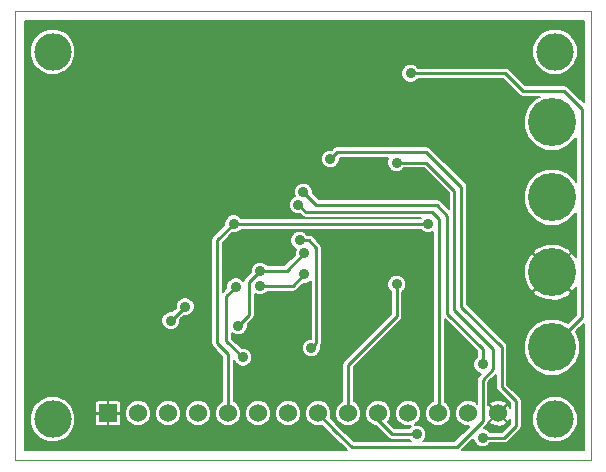
<source format=gbl>
G04 (created by PCBNEW (2013-mar-13)-testing) date Sun 09 Jun 2013 10:00:02 PM EDT*
%MOIN*%
G04 Gerber Fmt 3.4, Leading zero omitted, Abs format*
%FSLAX34Y34*%
G01*
G70*
G90*
G04 APERTURE LIST*
%ADD10C,0.005906*%
%ADD11C,0.003937*%
%ADD12R,0.060000X0.060000*%
%ADD13C,0.060000*%
%ADD14C,0.125000*%
%ADD15C,0.160000*%
%ADD16C,0.035000*%
%ADD17C,0.010000*%
%ADD18C,0.008000*%
G04 APERTURE END LIST*
G54D10*
G54D11*
X48137Y-60531D02*
X48137Y-45570D01*
X67330Y-60531D02*
X48137Y-60531D01*
X67330Y-45570D02*
X67330Y-60531D01*
X48137Y-45570D02*
X67330Y-45570D01*
G54D12*
X51237Y-58969D03*
G54D13*
X52237Y-58969D03*
X53237Y-58969D03*
X54237Y-58969D03*
X55237Y-58969D03*
X56237Y-58969D03*
X57237Y-58969D03*
X58237Y-58969D03*
X59237Y-58969D03*
X60237Y-58969D03*
X61237Y-58969D03*
X62237Y-58969D03*
X63237Y-58969D03*
X64237Y-58969D03*
G54D14*
X66137Y-59169D03*
X49387Y-46919D03*
X49387Y-59169D03*
X66137Y-46919D03*
G54D15*
X66037Y-49270D03*
X66037Y-51770D03*
X66037Y-56770D03*
X66037Y-54270D03*
G54D16*
X60854Y-54665D03*
X60854Y-50610D03*
X63728Y-59783D03*
X61523Y-59665D03*
X58649Y-50492D03*
X55578Y-56043D03*
X56307Y-54232D03*
X57783Y-53641D03*
X56307Y-54724D03*
X57783Y-54330D03*
X57586Y-52027D03*
X55736Y-57106D03*
X55500Y-54744D03*
X53807Y-55413D03*
X53334Y-55885D03*
X61326Y-47637D03*
X55421Y-52657D03*
X61917Y-52657D03*
X58019Y-56791D03*
X57625Y-53208D03*
X51720Y-55610D03*
X61444Y-56240D03*
X62074Y-51673D03*
X61917Y-53326D03*
X51169Y-50255D03*
X54003Y-51318D03*
X60303Y-55767D03*
X63728Y-57342D03*
X57744Y-51594D03*
G54D17*
X59237Y-57344D02*
X59237Y-58969D01*
X60854Y-55728D02*
X59237Y-57344D01*
X60854Y-54665D02*
X60854Y-55728D01*
X63413Y-59547D02*
X62862Y-60098D01*
X60854Y-50610D02*
X61838Y-50610D01*
X61838Y-50610D02*
X62783Y-51555D01*
X62783Y-51555D02*
X62783Y-55531D01*
X62783Y-55531D02*
X64082Y-56830D01*
X64082Y-56830D02*
X64082Y-57500D01*
X64082Y-57500D02*
X63728Y-57854D01*
X63728Y-57854D02*
X63728Y-59232D01*
X63728Y-59232D02*
X63413Y-59547D01*
X58237Y-58969D02*
X58815Y-59547D01*
X59366Y-60098D02*
X58815Y-59547D01*
X62862Y-60098D02*
X59366Y-60098D01*
X59318Y-50255D02*
X58885Y-50255D01*
X61523Y-59665D02*
X60696Y-59665D01*
X60696Y-59665D02*
X60237Y-59206D01*
X60237Y-58969D02*
X60237Y-59206D01*
X64830Y-59389D02*
X64437Y-59783D01*
X64830Y-58562D02*
X64830Y-59389D01*
X64358Y-58090D02*
X64830Y-58562D01*
X64358Y-56751D02*
X64358Y-58090D01*
X63019Y-55413D02*
X64358Y-56751D01*
X63019Y-51437D02*
X63019Y-55413D01*
X61838Y-50255D02*
X63019Y-51437D01*
X59318Y-50255D02*
X61838Y-50255D01*
X64437Y-59783D02*
X63728Y-59783D01*
X58885Y-50255D02*
X58649Y-50492D01*
X56307Y-54232D02*
X56287Y-54232D01*
X55933Y-55688D02*
X55578Y-56043D01*
X55933Y-54586D02*
X55933Y-55688D01*
X56287Y-54232D02*
X55933Y-54586D01*
X57192Y-54232D02*
X56307Y-54232D01*
X57783Y-53641D02*
X57192Y-54232D01*
X57389Y-54724D02*
X56307Y-54724D01*
X57783Y-54330D02*
X57389Y-54724D01*
X57940Y-52263D02*
X62035Y-52263D01*
X62035Y-52263D02*
X62271Y-52500D01*
X62271Y-52500D02*
X62271Y-58935D01*
X62237Y-58969D02*
X62271Y-58935D01*
X57822Y-52263D02*
X57940Y-52263D01*
X57586Y-52027D02*
X57822Y-52263D01*
X55185Y-56555D02*
X55736Y-57106D01*
X55185Y-55059D02*
X55185Y-56555D01*
X55500Y-54744D02*
X55185Y-55059D01*
X53334Y-55885D02*
X53807Y-55413D01*
X67035Y-55773D02*
X66037Y-56770D01*
X67035Y-48818D02*
X67035Y-55773D01*
X66444Y-48228D02*
X67035Y-48818D01*
X65066Y-48228D02*
X66444Y-48228D01*
X64476Y-47637D02*
X65066Y-48228D01*
X61326Y-47637D02*
X64476Y-47637D01*
X55237Y-58969D02*
X55237Y-57001D01*
X54870Y-53208D02*
X55421Y-52657D01*
X54870Y-56633D02*
X54870Y-53208D01*
X55237Y-57001D02*
X54870Y-56633D01*
X57153Y-52657D02*
X55421Y-52657D01*
X61917Y-52657D02*
X57153Y-52657D01*
X58177Y-53562D02*
X58177Y-56633D01*
X58177Y-56633D02*
X58019Y-56791D01*
X58177Y-53444D02*
X58177Y-53562D01*
X57940Y-53208D02*
X58177Y-53444D01*
X57744Y-53208D02*
X57940Y-53208D01*
X57625Y-53208D02*
X57744Y-53208D01*
X63728Y-56830D02*
X63728Y-57342D01*
X62547Y-55649D02*
X63728Y-56830D01*
X62547Y-52381D02*
X62547Y-55649D01*
X62192Y-52027D02*
X62547Y-52381D01*
X58177Y-52027D02*
X62192Y-52027D01*
X57744Y-51594D02*
X58177Y-52027D01*
G54D10*
G36*
X64640Y-59311D02*
X64523Y-59428D01*
X64523Y-59268D01*
X64237Y-58983D01*
X63952Y-59268D01*
X63982Y-59338D01*
X64142Y-59407D01*
X64317Y-59410D01*
X64480Y-59346D01*
X64493Y-59338D01*
X64523Y-59268D01*
X64523Y-59428D01*
X64358Y-59593D01*
X63983Y-59593D01*
X63907Y-59516D01*
X63791Y-59468D01*
X63760Y-59468D01*
X63862Y-59366D01*
X63903Y-59304D01*
X63915Y-59244D01*
X63938Y-59254D01*
X64223Y-58969D01*
X63938Y-58683D01*
X63918Y-58692D01*
X63918Y-57933D01*
X64168Y-57683D01*
X64168Y-58090D01*
X64182Y-58163D01*
X64223Y-58224D01*
X64640Y-58641D01*
X64640Y-58791D01*
X64614Y-58726D01*
X64606Y-58713D01*
X64537Y-58683D01*
X64523Y-58698D01*
X64523Y-58669D01*
X64493Y-58600D01*
X64332Y-58530D01*
X64157Y-58527D01*
X63994Y-58592D01*
X63982Y-58600D01*
X63952Y-58669D01*
X64237Y-58955D01*
X64523Y-58669D01*
X64523Y-58698D01*
X64251Y-58969D01*
X64537Y-59254D01*
X64606Y-59224D01*
X64640Y-59146D01*
X64640Y-59311D01*
X64640Y-59311D01*
G37*
G54D18*
X64640Y-59311D02*
X64523Y-59428D01*
X64523Y-59268D01*
X64237Y-58983D01*
X63952Y-59268D01*
X63982Y-59338D01*
X64142Y-59407D01*
X64317Y-59410D01*
X64480Y-59346D01*
X64493Y-59338D01*
X64523Y-59268D01*
X64523Y-59428D01*
X64358Y-59593D01*
X63983Y-59593D01*
X63907Y-59516D01*
X63791Y-59468D01*
X63760Y-59468D01*
X63862Y-59366D01*
X63903Y-59304D01*
X63915Y-59244D01*
X63938Y-59254D01*
X64223Y-58969D01*
X63938Y-58683D01*
X63918Y-58692D01*
X63918Y-57933D01*
X64168Y-57683D01*
X64168Y-58090D01*
X64182Y-58163D01*
X64223Y-58224D01*
X64640Y-58641D01*
X64640Y-58791D01*
X64614Y-58726D01*
X64606Y-58713D01*
X64537Y-58683D01*
X64523Y-58698D01*
X64523Y-58669D01*
X64493Y-58600D01*
X64332Y-58530D01*
X64157Y-58527D01*
X63994Y-58592D01*
X63982Y-58600D01*
X63952Y-58669D01*
X64237Y-58955D01*
X64523Y-58669D01*
X64523Y-58698D01*
X64251Y-58969D01*
X64537Y-59254D01*
X64606Y-59224D01*
X64640Y-59146D01*
X64640Y-59311D01*
G54D10*
G36*
X67093Y-60196D02*
X66902Y-60196D01*
X66902Y-59017D01*
X66786Y-58736D01*
X66571Y-58521D01*
X66290Y-58404D01*
X65986Y-58404D01*
X65705Y-58520D01*
X65489Y-58735D01*
X65372Y-59016D01*
X65372Y-59320D01*
X65488Y-59602D01*
X65703Y-59817D01*
X65984Y-59934D01*
X66289Y-59934D01*
X66570Y-59818D01*
X66785Y-59603D01*
X66902Y-59322D01*
X66902Y-59017D01*
X66902Y-60196D01*
X63033Y-60196D01*
X63413Y-59816D01*
X63413Y-59845D01*
X63461Y-59961D01*
X63549Y-60050D01*
X63665Y-60098D01*
X63790Y-60098D01*
X63906Y-60050D01*
X63983Y-59973D01*
X64437Y-59973D01*
X64509Y-59959D01*
X64571Y-59917D01*
X64965Y-59524D01*
X64965Y-59524D01*
X64965Y-59524D01*
X65006Y-59462D01*
X65020Y-59389D01*
X65020Y-59389D01*
X65020Y-59389D01*
X65020Y-58562D01*
X65006Y-58490D01*
X64965Y-58428D01*
X64548Y-58011D01*
X64548Y-56751D01*
X64533Y-56679D01*
X64492Y-56617D01*
X63209Y-55334D01*
X63209Y-51437D01*
X63209Y-51437D01*
X63209Y-51437D01*
X63195Y-51364D01*
X63154Y-51302D01*
X61972Y-50121D01*
X61911Y-50080D01*
X61838Y-50065D01*
X59318Y-50065D01*
X58885Y-50065D01*
X58813Y-50080D01*
X58751Y-50121D01*
X58695Y-50177D01*
X58587Y-50177D01*
X58471Y-50224D01*
X58382Y-50313D01*
X58334Y-50429D01*
X58334Y-50554D01*
X58382Y-50670D01*
X58470Y-50759D01*
X58586Y-50807D01*
X58711Y-50807D01*
X58827Y-50759D01*
X58916Y-50670D01*
X58964Y-50555D01*
X58964Y-50445D01*
X59318Y-50445D01*
X60581Y-50445D01*
X60539Y-50547D01*
X60539Y-50672D01*
X60587Y-50788D01*
X60675Y-50877D01*
X60791Y-50925D01*
X60916Y-50925D01*
X61032Y-50877D01*
X61109Y-50800D01*
X61759Y-50800D01*
X62593Y-51633D01*
X62593Y-52159D01*
X62327Y-51893D01*
X62265Y-51852D01*
X62192Y-51837D01*
X58255Y-51837D01*
X58059Y-51640D01*
X58059Y-51532D01*
X58011Y-51416D01*
X57922Y-51327D01*
X57807Y-51279D01*
X57681Y-51279D01*
X57565Y-51327D01*
X57477Y-51415D01*
X57429Y-51531D01*
X57429Y-51656D01*
X57462Y-51737D01*
X57408Y-51760D01*
X57319Y-51848D01*
X57271Y-51964D01*
X57271Y-52089D01*
X57319Y-52205D01*
X57407Y-52294D01*
X57523Y-52342D01*
X57632Y-52342D01*
X57688Y-52398D01*
X57750Y-52439D01*
X57822Y-52453D01*
X57940Y-52453D01*
X61675Y-52453D01*
X61661Y-52467D01*
X57153Y-52467D01*
X55676Y-52467D01*
X55599Y-52390D01*
X55484Y-52342D01*
X55358Y-52342D01*
X55243Y-52390D01*
X55154Y-52478D01*
X55106Y-52594D01*
X55106Y-52703D01*
X54735Y-53074D01*
X54694Y-53135D01*
X54680Y-53208D01*
X54680Y-56633D01*
X54694Y-56706D01*
X54735Y-56768D01*
X55047Y-57080D01*
X55047Y-58571D01*
X54988Y-58596D01*
X54864Y-58719D01*
X54797Y-58881D01*
X54797Y-59056D01*
X54864Y-59218D01*
X54988Y-59342D01*
X55149Y-59409D01*
X55324Y-59409D01*
X55486Y-59342D01*
X55610Y-59218D01*
X55677Y-59057D01*
X55677Y-58882D01*
X55611Y-58720D01*
X55487Y-58596D01*
X55427Y-58571D01*
X55427Y-57184D01*
X55469Y-57284D01*
X55557Y-57373D01*
X55673Y-57421D01*
X55798Y-57421D01*
X55914Y-57373D01*
X56003Y-57284D01*
X56051Y-57169D01*
X56051Y-57043D01*
X56003Y-56928D01*
X55914Y-56839D01*
X55799Y-56791D01*
X55689Y-56791D01*
X55375Y-56476D01*
X55375Y-56285D01*
X55400Y-56310D01*
X55515Y-56358D01*
X55641Y-56358D01*
X55756Y-56310D01*
X55845Y-56221D01*
X55893Y-56106D01*
X55893Y-55996D01*
X56067Y-55823D01*
X56108Y-55761D01*
X56123Y-55688D01*
X56123Y-54985D01*
X56128Y-54991D01*
X56244Y-55039D01*
X56369Y-55039D01*
X56485Y-54991D01*
X56562Y-54914D01*
X57389Y-54914D01*
X57462Y-54899D01*
X57524Y-54858D01*
X57737Y-54645D01*
X57845Y-54645D01*
X57961Y-54597D01*
X57987Y-54572D01*
X57987Y-56476D01*
X57957Y-56476D01*
X57841Y-56524D01*
X57752Y-56612D01*
X57704Y-56728D01*
X57704Y-56853D01*
X57752Y-56969D01*
X57841Y-57058D01*
X57956Y-57106D01*
X58082Y-57106D01*
X58197Y-57058D01*
X58286Y-56970D01*
X58334Y-56854D01*
X58334Y-56733D01*
X58334Y-56733D01*
X58352Y-56706D01*
X58367Y-56633D01*
X58367Y-53562D01*
X58367Y-53444D01*
X58352Y-53372D01*
X58311Y-53310D01*
X58075Y-53074D01*
X58013Y-53033D01*
X57940Y-53018D01*
X57881Y-53018D01*
X57804Y-52941D01*
X57688Y-52893D01*
X57563Y-52893D01*
X57447Y-52941D01*
X57359Y-53029D01*
X57311Y-53145D01*
X57310Y-53271D01*
X57358Y-53386D01*
X57447Y-53475D01*
X57501Y-53498D01*
X57468Y-53578D01*
X57468Y-53688D01*
X57114Y-54042D01*
X56562Y-54042D01*
X56485Y-53965D01*
X56370Y-53917D01*
X56244Y-53917D01*
X56128Y-53965D01*
X56040Y-54053D01*
X55992Y-54169D01*
X55992Y-54258D01*
X55798Y-54452D01*
X55757Y-54513D01*
X55750Y-54549D01*
X55678Y-54477D01*
X55562Y-54429D01*
X55437Y-54429D01*
X55321Y-54476D01*
X55233Y-54565D01*
X55185Y-54681D01*
X55184Y-54790D01*
X55060Y-54915D01*
X55060Y-53287D01*
X55375Y-52972D01*
X55483Y-52972D01*
X55599Y-52924D01*
X55676Y-52847D01*
X57153Y-52847D01*
X61661Y-52847D01*
X61738Y-52924D01*
X61854Y-52972D01*
X61979Y-52972D01*
X62081Y-52930D01*
X62081Y-58557D01*
X61988Y-58596D01*
X61864Y-58719D01*
X61797Y-58881D01*
X61797Y-59056D01*
X61864Y-59218D01*
X61988Y-59342D01*
X62149Y-59409D01*
X62324Y-59409D01*
X62486Y-59342D01*
X62610Y-59218D01*
X62677Y-59057D01*
X62677Y-58882D01*
X62611Y-58720D01*
X62487Y-58596D01*
X62461Y-58585D01*
X62461Y-55832D01*
X63538Y-56909D01*
X63538Y-57087D01*
X63461Y-57163D01*
X63413Y-57279D01*
X63413Y-57404D01*
X63461Y-57520D01*
X63549Y-57609D01*
X63659Y-57654D01*
X63593Y-57719D01*
X63552Y-57781D01*
X63538Y-57854D01*
X63538Y-58647D01*
X63487Y-58596D01*
X63325Y-58529D01*
X63150Y-58529D01*
X62988Y-58596D01*
X62864Y-58719D01*
X62797Y-58881D01*
X62797Y-59056D01*
X62864Y-59218D01*
X62988Y-59342D01*
X63149Y-59409D01*
X63282Y-59409D01*
X63279Y-59412D01*
X62783Y-59908D01*
X61725Y-59908D01*
X61790Y-59844D01*
X61838Y-59728D01*
X61838Y-59602D01*
X61790Y-59487D01*
X61702Y-59398D01*
X61586Y-59350D01*
X61467Y-59350D01*
X61486Y-59342D01*
X61610Y-59218D01*
X61677Y-59057D01*
X61677Y-58882D01*
X61611Y-58720D01*
X61487Y-58596D01*
X61325Y-58529D01*
X61169Y-58529D01*
X61169Y-54602D01*
X61121Y-54487D01*
X61032Y-54398D01*
X60917Y-54350D01*
X60791Y-54350D01*
X60676Y-54398D01*
X60587Y-54486D01*
X60539Y-54602D01*
X60539Y-54727D01*
X60587Y-54843D01*
X60664Y-54920D01*
X60664Y-55649D01*
X59103Y-57210D01*
X59062Y-57272D01*
X59047Y-57344D01*
X59047Y-58571D01*
X58988Y-58596D01*
X58864Y-58719D01*
X58797Y-58881D01*
X58797Y-59056D01*
X58864Y-59218D01*
X58988Y-59342D01*
X59149Y-59409D01*
X59324Y-59409D01*
X59486Y-59342D01*
X59610Y-59218D01*
X59677Y-59057D01*
X59677Y-58882D01*
X59611Y-58720D01*
X59487Y-58596D01*
X59427Y-58571D01*
X59427Y-57423D01*
X60988Y-55862D01*
X61029Y-55801D01*
X61044Y-55728D01*
X61044Y-54920D01*
X61121Y-54844D01*
X61169Y-54728D01*
X61169Y-54602D01*
X61169Y-58529D01*
X61150Y-58529D01*
X60988Y-58596D01*
X60864Y-58719D01*
X60797Y-58881D01*
X60797Y-59056D01*
X60864Y-59218D01*
X60988Y-59342D01*
X61149Y-59409D01*
X61324Y-59409D01*
X61340Y-59402D01*
X61268Y-59475D01*
X60775Y-59475D01*
X60564Y-59264D01*
X60610Y-59218D01*
X60677Y-59057D01*
X60677Y-58882D01*
X60611Y-58720D01*
X60487Y-58596D01*
X60325Y-58529D01*
X60150Y-58529D01*
X59988Y-58596D01*
X59864Y-58719D01*
X59797Y-58881D01*
X59797Y-59056D01*
X59864Y-59218D01*
X59988Y-59342D01*
X60149Y-59409D01*
X60172Y-59409D01*
X60562Y-59799D01*
X60624Y-59840D01*
X60696Y-59855D01*
X61268Y-59855D01*
X61321Y-59908D01*
X59445Y-59908D01*
X58950Y-59412D01*
X58950Y-59412D01*
X58653Y-59116D01*
X58677Y-59057D01*
X58677Y-58882D01*
X58611Y-58720D01*
X58487Y-58596D01*
X58325Y-58529D01*
X58150Y-58529D01*
X57988Y-58596D01*
X57864Y-58719D01*
X57797Y-58881D01*
X57797Y-59056D01*
X57864Y-59218D01*
X57988Y-59342D01*
X58149Y-59409D01*
X58324Y-59409D01*
X58384Y-59384D01*
X58681Y-59681D01*
X58681Y-59681D01*
X59196Y-60196D01*
X57677Y-60196D01*
X57677Y-58882D01*
X57611Y-58720D01*
X57487Y-58596D01*
X57325Y-58529D01*
X57150Y-58529D01*
X56988Y-58596D01*
X56864Y-58719D01*
X56797Y-58881D01*
X56797Y-59056D01*
X56864Y-59218D01*
X56988Y-59342D01*
X57149Y-59409D01*
X57324Y-59409D01*
X57486Y-59342D01*
X57610Y-59218D01*
X57677Y-59057D01*
X57677Y-58882D01*
X57677Y-60196D01*
X56677Y-60196D01*
X56677Y-58882D01*
X56611Y-58720D01*
X56487Y-58596D01*
X56325Y-58529D01*
X56150Y-58529D01*
X55988Y-58596D01*
X55864Y-58719D01*
X55797Y-58881D01*
X55797Y-59056D01*
X55864Y-59218D01*
X55988Y-59342D01*
X56149Y-59409D01*
X56324Y-59409D01*
X56486Y-59342D01*
X56610Y-59218D01*
X56677Y-59057D01*
X56677Y-58882D01*
X56677Y-60196D01*
X54677Y-60196D01*
X54677Y-58882D01*
X54611Y-58720D01*
X54487Y-58596D01*
X54325Y-58529D01*
X54150Y-58529D01*
X54122Y-58540D01*
X54122Y-55351D01*
X54074Y-55235D01*
X53985Y-55146D01*
X53870Y-55098D01*
X53744Y-55098D01*
X53628Y-55146D01*
X53540Y-55234D01*
X53492Y-55350D01*
X53492Y-55459D01*
X53380Y-55570D01*
X53272Y-55570D01*
X53156Y-55618D01*
X53067Y-55707D01*
X53019Y-55822D01*
X53019Y-55948D01*
X53067Y-56064D01*
X53155Y-56152D01*
X53271Y-56200D01*
X53397Y-56200D01*
X53512Y-56153D01*
X53601Y-56064D01*
X53649Y-55948D01*
X53649Y-55839D01*
X53760Y-55728D01*
X53869Y-55728D01*
X53985Y-55680D01*
X54073Y-55592D01*
X54122Y-55476D01*
X54122Y-55351D01*
X54122Y-58540D01*
X53988Y-58596D01*
X53864Y-58719D01*
X53797Y-58881D01*
X53797Y-59056D01*
X53864Y-59218D01*
X53988Y-59342D01*
X54149Y-59409D01*
X54324Y-59409D01*
X54486Y-59342D01*
X54610Y-59218D01*
X54677Y-59057D01*
X54677Y-58882D01*
X54677Y-60196D01*
X53677Y-60196D01*
X53677Y-58882D01*
X53611Y-58720D01*
X53487Y-58596D01*
X53325Y-58529D01*
X53150Y-58529D01*
X52988Y-58596D01*
X52864Y-58719D01*
X52797Y-58881D01*
X52797Y-59056D01*
X52864Y-59218D01*
X52988Y-59342D01*
X53149Y-59409D01*
X53324Y-59409D01*
X53486Y-59342D01*
X53610Y-59218D01*
X53677Y-59057D01*
X53677Y-58882D01*
X53677Y-60196D01*
X52677Y-60196D01*
X52677Y-58882D01*
X52611Y-58720D01*
X52487Y-58596D01*
X52325Y-58529D01*
X52150Y-58529D01*
X51988Y-58596D01*
X51864Y-58719D01*
X51797Y-58881D01*
X51797Y-59056D01*
X51864Y-59218D01*
X51988Y-59342D01*
X52149Y-59409D01*
X52324Y-59409D01*
X52486Y-59342D01*
X52610Y-59218D01*
X52677Y-59057D01*
X52677Y-58882D01*
X52677Y-60196D01*
X51677Y-60196D01*
X51677Y-59297D01*
X51677Y-59241D01*
X51677Y-59014D01*
X51677Y-58924D01*
X51677Y-58697D01*
X51677Y-58641D01*
X51656Y-58589D01*
X51617Y-58550D01*
X51565Y-58529D01*
X51282Y-58529D01*
X51247Y-58564D01*
X51247Y-58959D01*
X51642Y-58959D01*
X51677Y-58924D01*
X51677Y-59014D01*
X51642Y-58979D01*
X51247Y-58979D01*
X51247Y-59374D01*
X51282Y-59409D01*
X51565Y-59409D01*
X51617Y-59387D01*
X51656Y-59348D01*
X51677Y-59297D01*
X51677Y-60196D01*
X51227Y-60196D01*
X51227Y-59374D01*
X51227Y-58979D01*
X51227Y-58959D01*
X51227Y-58564D01*
X51192Y-58529D01*
X50909Y-58529D01*
X50858Y-58550D01*
X50819Y-58589D01*
X50797Y-58641D01*
X50797Y-58697D01*
X50797Y-58924D01*
X50832Y-58959D01*
X51227Y-58959D01*
X51227Y-58979D01*
X50832Y-58979D01*
X50797Y-59014D01*
X50797Y-59241D01*
X50797Y-59297D01*
X50819Y-59348D01*
X50858Y-59387D01*
X50909Y-59409D01*
X51192Y-59409D01*
X51227Y-59374D01*
X51227Y-60196D01*
X50152Y-60196D01*
X50152Y-59017D01*
X50152Y-46767D01*
X50036Y-46486D01*
X49821Y-46271D01*
X49540Y-46154D01*
X49236Y-46154D01*
X48955Y-46270D01*
X48739Y-46485D01*
X48622Y-46766D01*
X48622Y-47070D01*
X48738Y-47352D01*
X48953Y-47567D01*
X49234Y-47684D01*
X49539Y-47684D01*
X49820Y-47568D01*
X50035Y-47353D01*
X50152Y-47072D01*
X50152Y-46767D01*
X50152Y-59017D01*
X50036Y-58736D01*
X49821Y-58521D01*
X49540Y-58404D01*
X49236Y-58404D01*
X48955Y-58520D01*
X48739Y-58735D01*
X48622Y-59016D01*
X48622Y-59320D01*
X48738Y-59602D01*
X48953Y-59817D01*
X49234Y-59934D01*
X49539Y-59934D01*
X49820Y-59818D01*
X50035Y-59603D01*
X50152Y-59322D01*
X50152Y-59017D01*
X50152Y-60196D01*
X48473Y-60196D01*
X48473Y-45906D01*
X67093Y-45906D01*
X67093Y-48608D01*
X66902Y-48417D01*
X66902Y-46767D01*
X66786Y-46486D01*
X66571Y-46271D01*
X66290Y-46154D01*
X65986Y-46154D01*
X65705Y-46270D01*
X65489Y-46485D01*
X65372Y-46766D01*
X65372Y-47070D01*
X65488Y-47352D01*
X65703Y-47567D01*
X65984Y-47684D01*
X66289Y-47684D01*
X66570Y-47568D01*
X66785Y-47353D01*
X66902Y-47072D01*
X66902Y-46767D01*
X66902Y-48417D01*
X66579Y-48093D01*
X66517Y-48052D01*
X66444Y-48038D01*
X65145Y-48038D01*
X64610Y-47503D01*
X64549Y-47462D01*
X64476Y-47447D01*
X61582Y-47447D01*
X61505Y-47370D01*
X61389Y-47322D01*
X61264Y-47322D01*
X61148Y-47370D01*
X61059Y-47459D01*
X61011Y-47574D01*
X61011Y-47700D01*
X61059Y-47815D01*
X61148Y-47904D01*
X61263Y-47952D01*
X61389Y-47952D01*
X61504Y-47904D01*
X61582Y-47827D01*
X64397Y-47827D01*
X64932Y-48362D01*
X64932Y-48362D01*
X64994Y-48403D01*
X65066Y-48418D01*
X65639Y-48418D01*
X65506Y-48473D01*
X65241Y-48737D01*
X65097Y-49083D01*
X65097Y-49457D01*
X65240Y-49802D01*
X65504Y-50067D01*
X65849Y-50210D01*
X66223Y-50211D01*
X66569Y-50068D01*
X66834Y-49804D01*
X66845Y-49777D01*
X66845Y-51263D01*
X66835Y-51239D01*
X66570Y-50974D01*
X66225Y-50831D01*
X65851Y-50830D01*
X65506Y-50973D01*
X65241Y-51237D01*
X65097Y-51583D01*
X65097Y-51957D01*
X65240Y-52302D01*
X65504Y-52567D01*
X65849Y-52710D01*
X66223Y-52711D01*
X66569Y-52568D01*
X66834Y-52304D01*
X66845Y-52277D01*
X66845Y-53755D01*
X66819Y-53715D01*
X66697Y-53625D01*
X66683Y-53639D01*
X66683Y-53610D01*
X66593Y-53489D01*
X66251Y-53336D01*
X65877Y-53325D01*
X65528Y-53458D01*
X65482Y-53489D01*
X65391Y-53610D01*
X66037Y-54256D01*
X66683Y-53610D01*
X66683Y-53639D01*
X66051Y-54270D01*
X66697Y-54916D01*
X66819Y-54826D01*
X66845Y-54767D01*
X66845Y-55694D01*
X66683Y-55856D01*
X66683Y-54930D01*
X66037Y-54285D01*
X66023Y-54299D01*
X66023Y-54270D01*
X65377Y-53625D01*
X65256Y-53715D01*
X65103Y-54056D01*
X65092Y-54430D01*
X65225Y-54780D01*
X65256Y-54826D01*
X65377Y-54916D01*
X66023Y-54270D01*
X66023Y-54299D01*
X65391Y-54930D01*
X65482Y-55052D01*
X65823Y-55205D01*
X66197Y-55215D01*
X66547Y-55082D01*
X66593Y-55052D01*
X66683Y-54930D01*
X66683Y-55856D01*
X66567Y-55972D01*
X66225Y-55831D01*
X65851Y-55830D01*
X65506Y-55973D01*
X65241Y-56237D01*
X65097Y-56583D01*
X65097Y-56957D01*
X65240Y-57302D01*
X65504Y-57567D01*
X65849Y-57710D01*
X66223Y-57711D01*
X66569Y-57568D01*
X66834Y-57304D01*
X66977Y-56958D01*
X66977Y-56584D01*
X66836Y-56241D01*
X67093Y-55983D01*
X67093Y-60196D01*
X67093Y-60196D01*
G37*
G54D18*
X67093Y-60196D02*
X66902Y-60196D01*
X66902Y-59017D01*
X66786Y-58736D01*
X66571Y-58521D01*
X66290Y-58404D01*
X65986Y-58404D01*
X65705Y-58520D01*
X65489Y-58735D01*
X65372Y-59016D01*
X65372Y-59320D01*
X65488Y-59602D01*
X65703Y-59817D01*
X65984Y-59934D01*
X66289Y-59934D01*
X66570Y-59818D01*
X66785Y-59603D01*
X66902Y-59322D01*
X66902Y-59017D01*
X66902Y-60196D01*
X63033Y-60196D01*
X63413Y-59816D01*
X63413Y-59845D01*
X63461Y-59961D01*
X63549Y-60050D01*
X63665Y-60098D01*
X63790Y-60098D01*
X63906Y-60050D01*
X63983Y-59973D01*
X64437Y-59973D01*
X64509Y-59959D01*
X64571Y-59917D01*
X64965Y-59524D01*
X64965Y-59524D01*
X64965Y-59524D01*
X65006Y-59462D01*
X65020Y-59389D01*
X65020Y-59389D01*
X65020Y-59389D01*
X65020Y-58562D01*
X65006Y-58490D01*
X64965Y-58428D01*
X64548Y-58011D01*
X64548Y-56751D01*
X64533Y-56679D01*
X64492Y-56617D01*
X63209Y-55334D01*
X63209Y-51437D01*
X63209Y-51437D01*
X63209Y-51437D01*
X63195Y-51364D01*
X63154Y-51302D01*
X61972Y-50121D01*
X61911Y-50080D01*
X61838Y-50065D01*
X59318Y-50065D01*
X58885Y-50065D01*
X58813Y-50080D01*
X58751Y-50121D01*
X58695Y-50177D01*
X58587Y-50177D01*
X58471Y-50224D01*
X58382Y-50313D01*
X58334Y-50429D01*
X58334Y-50554D01*
X58382Y-50670D01*
X58470Y-50759D01*
X58586Y-50807D01*
X58711Y-50807D01*
X58827Y-50759D01*
X58916Y-50670D01*
X58964Y-50555D01*
X58964Y-50445D01*
X59318Y-50445D01*
X60581Y-50445D01*
X60539Y-50547D01*
X60539Y-50672D01*
X60587Y-50788D01*
X60675Y-50877D01*
X60791Y-50925D01*
X60916Y-50925D01*
X61032Y-50877D01*
X61109Y-50800D01*
X61759Y-50800D01*
X62593Y-51633D01*
X62593Y-52159D01*
X62327Y-51893D01*
X62265Y-51852D01*
X62192Y-51837D01*
X58255Y-51837D01*
X58059Y-51640D01*
X58059Y-51532D01*
X58011Y-51416D01*
X57922Y-51327D01*
X57807Y-51279D01*
X57681Y-51279D01*
X57565Y-51327D01*
X57477Y-51415D01*
X57429Y-51531D01*
X57429Y-51656D01*
X57462Y-51737D01*
X57408Y-51760D01*
X57319Y-51848D01*
X57271Y-51964D01*
X57271Y-52089D01*
X57319Y-52205D01*
X57407Y-52294D01*
X57523Y-52342D01*
X57632Y-52342D01*
X57688Y-52398D01*
X57750Y-52439D01*
X57822Y-52453D01*
X57940Y-52453D01*
X61675Y-52453D01*
X61661Y-52467D01*
X57153Y-52467D01*
X55676Y-52467D01*
X55599Y-52390D01*
X55484Y-52342D01*
X55358Y-52342D01*
X55243Y-52390D01*
X55154Y-52478D01*
X55106Y-52594D01*
X55106Y-52703D01*
X54735Y-53074D01*
X54694Y-53135D01*
X54680Y-53208D01*
X54680Y-56633D01*
X54694Y-56706D01*
X54735Y-56768D01*
X55047Y-57080D01*
X55047Y-58571D01*
X54988Y-58596D01*
X54864Y-58719D01*
X54797Y-58881D01*
X54797Y-59056D01*
X54864Y-59218D01*
X54988Y-59342D01*
X55149Y-59409D01*
X55324Y-59409D01*
X55486Y-59342D01*
X55610Y-59218D01*
X55677Y-59057D01*
X55677Y-58882D01*
X55611Y-58720D01*
X55487Y-58596D01*
X55427Y-58571D01*
X55427Y-57184D01*
X55469Y-57284D01*
X55557Y-57373D01*
X55673Y-57421D01*
X55798Y-57421D01*
X55914Y-57373D01*
X56003Y-57284D01*
X56051Y-57169D01*
X56051Y-57043D01*
X56003Y-56928D01*
X55914Y-56839D01*
X55799Y-56791D01*
X55689Y-56791D01*
X55375Y-56476D01*
X55375Y-56285D01*
X55400Y-56310D01*
X55515Y-56358D01*
X55641Y-56358D01*
X55756Y-56310D01*
X55845Y-56221D01*
X55893Y-56106D01*
X55893Y-55996D01*
X56067Y-55823D01*
X56108Y-55761D01*
X56123Y-55688D01*
X56123Y-54985D01*
X56128Y-54991D01*
X56244Y-55039D01*
X56369Y-55039D01*
X56485Y-54991D01*
X56562Y-54914D01*
X57389Y-54914D01*
X57462Y-54899D01*
X57524Y-54858D01*
X57737Y-54645D01*
X57845Y-54645D01*
X57961Y-54597D01*
X57987Y-54572D01*
X57987Y-56476D01*
X57957Y-56476D01*
X57841Y-56524D01*
X57752Y-56612D01*
X57704Y-56728D01*
X57704Y-56853D01*
X57752Y-56969D01*
X57841Y-57058D01*
X57956Y-57106D01*
X58082Y-57106D01*
X58197Y-57058D01*
X58286Y-56970D01*
X58334Y-56854D01*
X58334Y-56733D01*
X58334Y-56733D01*
X58352Y-56706D01*
X58367Y-56633D01*
X58367Y-53562D01*
X58367Y-53444D01*
X58352Y-53372D01*
X58311Y-53310D01*
X58075Y-53074D01*
X58013Y-53033D01*
X57940Y-53018D01*
X57881Y-53018D01*
X57804Y-52941D01*
X57688Y-52893D01*
X57563Y-52893D01*
X57447Y-52941D01*
X57359Y-53029D01*
X57311Y-53145D01*
X57310Y-53271D01*
X57358Y-53386D01*
X57447Y-53475D01*
X57501Y-53498D01*
X57468Y-53578D01*
X57468Y-53688D01*
X57114Y-54042D01*
X56562Y-54042D01*
X56485Y-53965D01*
X56370Y-53917D01*
X56244Y-53917D01*
X56128Y-53965D01*
X56040Y-54053D01*
X55992Y-54169D01*
X55992Y-54258D01*
X55798Y-54452D01*
X55757Y-54513D01*
X55750Y-54549D01*
X55678Y-54477D01*
X55562Y-54429D01*
X55437Y-54429D01*
X55321Y-54476D01*
X55233Y-54565D01*
X55185Y-54681D01*
X55184Y-54790D01*
X55060Y-54915D01*
X55060Y-53287D01*
X55375Y-52972D01*
X55483Y-52972D01*
X55599Y-52924D01*
X55676Y-52847D01*
X57153Y-52847D01*
X61661Y-52847D01*
X61738Y-52924D01*
X61854Y-52972D01*
X61979Y-52972D01*
X62081Y-52930D01*
X62081Y-58557D01*
X61988Y-58596D01*
X61864Y-58719D01*
X61797Y-58881D01*
X61797Y-59056D01*
X61864Y-59218D01*
X61988Y-59342D01*
X62149Y-59409D01*
X62324Y-59409D01*
X62486Y-59342D01*
X62610Y-59218D01*
X62677Y-59057D01*
X62677Y-58882D01*
X62611Y-58720D01*
X62487Y-58596D01*
X62461Y-58585D01*
X62461Y-55832D01*
X63538Y-56909D01*
X63538Y-57087D01*
X63461Y-57163D01*
X63413Y-57279D01*
X63413Y-57404D01*
X63461Y-57520D01*
X63549Y-57609D01*
X63659Y-57654D01*
X63593Y-57719D01*
X63552Y-57781D01*
X63538Y-57854D01*
X63538Y-58647D01*
X63487Y-58596D01*
X63325Y-58529D01*
X63150Y-58529D01*
X62988Y-58596D01*
X62864Y-58719D01*
X62797Y-58881D01*
X62797Y-59056D01*
X62864Y-59218D01*
X62988Y-59342D01*
X63149Y-59409D01*
X63282Y-59409D01*
X63279Y-59412D01*
X62783Y-59908D01*
X61725Y-59908D01*
X61790Y-59844D01*
X61838Y-59728D01*
X61838Y-59602D01*
X61790Y-59487D01*
X61702Y-59398D01*
X61586Y-59350D01*
X61467Y-59350D01*
X61486Y-59342D01*
X61610Y-59218D01*
X61677Y-59057D01*
X61677Y-58882D01*
X61611Y-58720D01*
X61487Y-58596D01*
X61325Y-58529D01*
X61169Y-58529D01*
X61169Y-54602D01*
X61121Y-54487D01*
X61032Y-54398D01*
X60917Y-54350D01*
X60791Y-54350D01*
X60676Y-54398D01*
X60587Y-54486D01*
X60539Y-54602D01*
X60539Y-54727D01*
X60587Y-54843D01*
X60664Y-54920D01*
X60664Y-55649D01*
X59103Y-57210D01*
X59062Y-57272D01*
X59047Y-57344D01*
X59047Y-58571D01*
X58988Y-58596D01*
X58864Y-58719D01*
X58797Y-58881D01*
X58797Y-59056D01*
X58864Y-59218D01*
X58988Y-59342D01*
X59149Y-59409D01*
X59324Y-59409D01*
X59486Y-59342D01*
X59610Y-59218D01*
X59677Y-59057D01*
X59677Y-58882D01*
X59611Y-58720D01*
X59487Y-58596D01*
X59427Y-58571D01*
X59427Y-57423D01*
X60988Y-55862D01*
X61029Y-55801D01*
X61044Y-55728D01*
X61044Y-54920D01*
X61121Y-54844D01*
X61169Y-54728D01*
X61169Y-54602D01*
X61169Y-58529D01*
X61150Y-58529D01*
X60988Y-58596D01*
X60864Y-58719D01*
X60797Y-58881D01*
X60797Y-59056D01*
X60864Y-59218D01*
X60988Y-59342D01*
X61149Y-59409D01*
X61324Y-59409D01*
X61340Y-59402D01*
X61268Y-59475D01*
X60775Y-59475D01*
X60564Y-59264D01*
X60610Y-59218D01*
X60677Y-59057D01*
X60677Y-58882D01*
X60611Y-58720D01*
X60487Y-58596D01*
X60325Y-58529D01*
X60150Y-58529D01*
X59988Y-58596D01*
X59864Y-58719D01*
X59797Y-58881D01*
X59797Y-59056D01*
X59864Y-59218D01*
X59988Y-59342D01*
X60149Y-59409D01*
X60172Y-59409D01*
X60562Y-59799D01*
X60624Y-59840D01*
X60696Y-59855D01*
X61268Y-59855D01*
X61321Y-59908D01*
X59445Y-59908D01*
X58950Y-59412D01*
X58950Y-59412D01*
X58653Y-59116D01*
X58677Y-59057D01*
X58677Y-58882D01*
X58611Y-58720D01*
X58487Y-58596D01*
X58325Y-58529D01*
X58150Y-58529D01*
X57988Y-58596D01*
X57864Y-58719D01*
X57797Y-58881D01*
X57797Y-59056D01*
X57864Y-59218D01*
X57988Y-59342D01*
X58149Y-59409D01*
X58324Y-59409D01*
X58384Y-59384D01*
X58681Y-59681D01*
X58681Y-59681D01*
X59196Y-60196D01*
X57677Y-60196D01*
X57677Y-58882D01*
X57611Y-58720D01*
X57487Y-58596D01*
X57325Y-58529D01*
X57150Y-58529D01*
X56988Y-58596D01*
X56864Y-58719D01*
X56797Y-58881D01*
X56797Y-59056D01*
X56864Y-59218D01*
X56988Y-59342D01*
X57149Y-59409D01*
X57324Y-59409D01*
X57486Y-59342D01*
X57610Y-59218D01*
X57677Y-59057D01*
X57677Y-58882D01*
X57677Y-60196D01*
X56677Y-60196D01*
X56677Y-58882D01*
X56611Y-58720D01*
X56487Y-58596D01*
X56325Y-58529D01*
X56150Y-58529D01*
X55988Y-58596D01*
X55864Y-58719D01*
X55797Y-58881D01*
X55797Y-59056D01*
X55864Y-59218D01*
X55988Y-59342D01*
X56149Y-59409D01*
X56324Y-59409D01*
X56486Y-59342D01*
X56610Y-59218D01*
X56677Y-59057D01*
X56677Y-58882D01*
X56677Y-60196D01*
X54677Y-60196D01*
X54677Y-58882D01*
X54611Y-58720D01*
X54487Y-58596D01*
X54325Y-58529D01*
X54150Y-58529D01*
X54122Y-58540D01*
X54122Y-55351D01*
X54074Y-55235D01*
X53985Y-55146D01*
X53870Y-55098D01*
X53744Y-55098D01*
X53628Y-55146D01*
X53540Y-55234D01*
X53492Y-55350D01*
X53492Y-55459D01*
X53380Y-55570D01*
X53272Y-55570D01*
X53156Y-55618D01*
X53067Y-55707D01*
X53019Y-55822D01*
X53019Y-55948D01*
X53067Y-56064D01*
X53155Y-56152D01*
X53271Y-56200D01*
X53397Y-56200D01*
X53512Y-56153D01*
X53601Y-56064D01*
X53649Y-55948D01*
X53649Y-55839D01*
X53760Y-55728D01*
X53869Y-55728D01*
X53985Y-55680D01*
X54073Y-55592D01*
X54122Y-55476D01*
X54122Y-55351D01*
X54122Y-58540D01*
X53988Y-58596D01*
X53864Y-58719D01*
X53797Y-58881D01*
X53797Y-59056D01*
X53864Y-59218D01*
X53988Y-59342D01*
X54149Y-59409D01*
X54324Y-59409D01*
X54486Y-59342D01*
X54610Y-59218D01*
X54677Y-59057D01*
X54677Y-58882D01*
X54677Y-60196D01*
X53677Y-60196D01*
X53677Y-58882D01*
X53611Y-58720D01*
X53487Y-58596D01*
X53325Y-58529D01*
X53150Y-58529D01*
X52988Y-58596D01*
X52864Y-58719D01*
X52797Y-58881D01*
X52797Y-59056D01*
X52864Y-59218D01*
X52988Y-59342D01*
X53149Y-59409D01*
X53324Y-59409D01*
X53486Y-59342D01*
X53610Y-59218D01*
X53677Y-59057D01*
X53677Y-58882D01*
X53677Y-60196D01*
X52677Y-60196D01*
X52677Y-58882D01*
X52611Y-58720D01*
X52487Y-58596D01*
X52325Y-58529D01*
X52150Y-58529D01*
X51988Y-58596D01*
X51864Y-58719D01*
X51797Y-58881D01*
X51797Y-59056D01*
X51864Y-59218D01*
X51988Y-59342D01*
X52149Y-59409D01*
X52324Y-59409D01*
X52486Y-59342D01*
X52610Y-59218D01*
X52677Y-59057D01*
X52677Y-58882D01*
X52677Y-60196D01*
X51677Y-60196D01*
X51677Y-59297D01*
X51677Y-59241D01*
X51677Y-59014D01*
X51677Y-58924D01*
X51677Y-58697D01*
X51677Y-58641D01*
X51656Y-58589D01*
X51617Y-58550D01*
X51565Y-58529D01*
X51282Y-58529D01*
X51247Y-58564D01*
X51247Y-58959D01*
X51642Y-58959D01*
X51677Y-58924D01*
X51677Y-59014D01*
X51642Y-58979D01*
X51247Y-58979D01*
X51247Y-59374D01*
X51282Y-59409D01*
X51565Y-59409D01*
X51617Y-59387D01*
X51656Y-59348D01*
X51677Y-59297D01*
X51677Y-60196D01*
X51227Y-60196D01*
X51227Y-59374D01*
X51227Y-58979D01*
X51227Y-58959D01*
X51227Y-58564D01*
X51192Y-58529D01*
X50909Y-58529D01*
X50858Y-58550D01*
X50819Y-58589D01*
X50797Y-58641D01*
X50797Y-58697D01*
X50797Y-58924D01*
X50832Y-58959D01*
X51227Y-58959D01*
X51227Y-58979D01*
X50832Y-58979D01*
X50797Y-59014D01*
X50797Y-59241D01*
X50797Y-59297D01*
X50819Y-59348D01*
X50858Y-59387D01*
X50909Y-59409D01*
X51192Y-59409D01*
X51227Y-59374D01*
X51227Y-60196D01*
X50152Y-60196D01*
X50152Y-59017D01*
X50152Y-46767D01*
X50036Y-46486D01*
X49821Y-46271D01*
X49540Y-46154D01*
X49236Y-46154D01*
X48955Y-46270D01*
X48739Y-46485D01*
X48622Y-46766D01*
X48622Y-47070D01*
X48738Y-47352D01*
X48953Y-47567D01*
X49234Y-47684D01*
X49539Y-47684D01*
X49820Y-47568D01*
X50035Y-47353D01*
X50152Y-47072D01*
X50152Y-46767D01*
X50152Y-59017D01*
X50036Y-58736D01*
X49821Y-58521D01*
X49540Y-58404D01*
X49236Y-58404D01*
X48955Y-58520D01*
X48739Y-58735D01*
X48622Y-59016D01*
X48622Y-59320D01*
X48738Y-59602D01*
X48953Y-59817D01*
X49234Y-59934D01*
X49539Y-59934D01*
X49820Y-59818D01*
X50035Y-59603D01*
X50152Y-59322D01*
X50152Y-59017D01*
X50152Y-60196D01*
X48473Y-60196D01*
X48473Y-45906D01*
X67093Y-45906D01*
X67093Y-48608D01*
X66902Y-48417D01*
X66902Y-46767D01*
X66786Y-46486D01*
X66571Y-46271D01*
X66290Y-46154D01*
X65986Y-46154D01*
X65705Y-46270D01*
X65489Y-46485D01*
X65372Y-46766D01*
X65372Y-47070D01*
X65488Y-47352D01*
X65703Y-47567D01*
X65984Y-47684D01*
X66289Y-47684D01*
X66570Y-47568D01*
X66785Y-47353D01*
X66902Y-47072D01*
X66902Y-46767D01*
X66902Y-48417D01*
X66579Y-48093D01*
X66517Y-48052D01*
X66444Y-48038D01*
X65145Y-48038D01*
X64610Y-47503D01*
X64549Y-47462D01*
X64476Y-47447D01*
X61582Y-47447D01*
X61505Y-47370D01*
X61389Y-47322D01*
X61264Y-47322D01*
X61148Y-47370D01*
X61059Y-47459D01*
X61011Y-47574D01*
X61011Y-47700D01*
X61059Y-47815D01*
X61148Y-47904D01*
X61263Y-47952D01*
X61389Y-47952D01*
X61504Y-47904D01*
X61582Y-47827D01*
X64397Y-47827D01*
X64932Y-48362D01*
X64932Y-48362D01*
X64994Y-48403D01*
X65066Y-48418D01*
X65639Y-48418D01*
X65506Y-48473D01*
X65241Y-48737D01*
X65097Y-49083D01*
X65097Y-49457D01*
X65240Y-49802D01*
X65504Y-50067D01*
X65849Y-50210D01*
X66223Y-50211D01*
X66569Y-50068D01*
X66834Y-49804D01*
X66845Y-49777D01*
X66845Y-51263D01*
X66835Y-51239D01*
X66570Y-50974D01*
X66225Y-50831D01*
X65851Y-50830D01*
X65506Y-50973D01*
X65241Y-51237D01*
X65097Y-51583D01*
X65097Y-51957D01*
X65240Y-52302D01*
X65504Y-52567D01*
X65849Y-52710D01*
X66223Y-52711D01*
X66569Y-52568D01*
X66834Y-52304D01*
X66845Y-52277D01*
X66845Y-53755D01*
X66819Y-53715D01*
X66697Y-53625D01*
X66683Y-53639D01*
X66683Y-53610D01*
X66593Y-53489D01*
X66251Y-53336D01*
X65877Y-53325D01*
X65528Y-53458D01*
X65482Y-53489D01*
X65391Y-53610D01*
X66037Y-54256D01*
X66683Y-53610D01*
X66683Y-53639D01*
X66051Y-54270D01*
X66697Y-54916D01*
X66819Y-54826D01*
X66845Y-54767D01*
X66845Y-55694D01*
X66683Y-55856D01*
X66683Y-54930D01*
X66037Y-54285D01*
X66023Y-54299D01*
X66023Y-54270D01*
X65377Y-53625D01*
X65256Y-53715D01*
X65103Y-54056D01*
X65092Y-54430D01*
X65225Y-54780D01*
X65256Y-54826D01*
X65377Y-54916D01*
X66023Y-54270D01*
X66023Y-54299D01*
X65391Y-54930D01*
X65482Y-55052D01*
X65823Y-55205D01*
X66197Y-55215D01*
X66547Y-55082D01*
X66593Y-55052D01*
X66683Y-54930D01*
X66683Y-55856D01*
X66567Y-55972D01*
X66225Y-55831D01*
X65851Y-55830D01*
X65506Y-55973D01*
X65241Y-56237D01*
X65097Y-56583D01*
X65097Y-56957D01*
X65240Y-57302D01*
X65504Y-57567D01*
X65849Y-57710D01*
X66223Y-57711D01*
X66569Y-57568D01*
X66834Y-57304D01*
X66977Y-56958D01*
X66977Y-56584D01*
X66836Y-56241D01*
X67093Y-55983D01*
X67093Y-60196D01*
M02*

</source>
